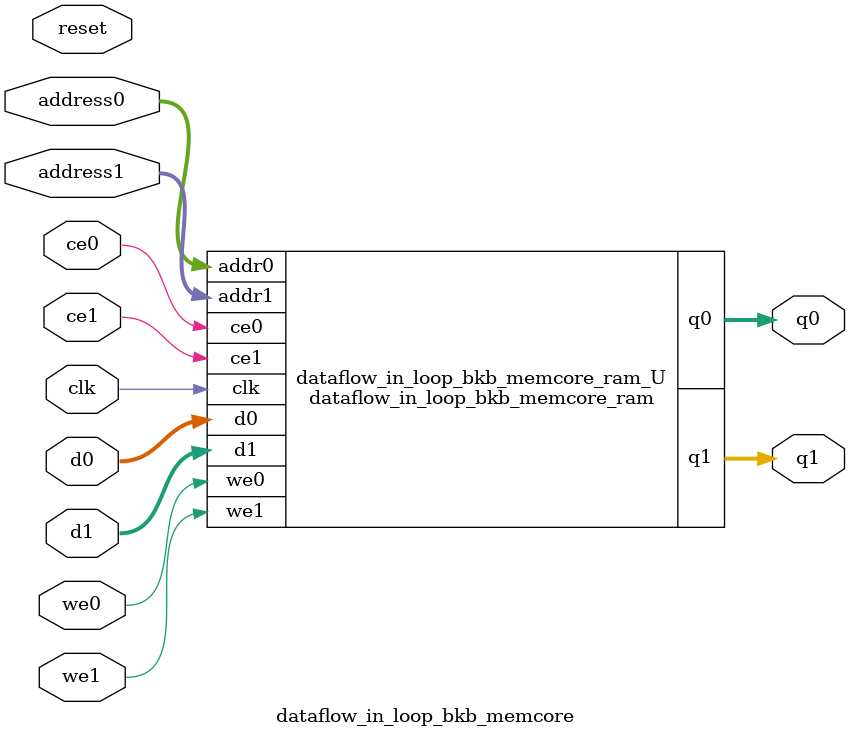
<source format=v>

`timescale 1 ns / 1 ps
module dataflow_in_loop_bkb_memcore_ram (addr0, ce0, d0, we0, q0, addr1, ce1, d1, we1, q1,  clk);

parameter DWIDTH = 64;
parameter AWIDTH = 10;
parameter MEM_SIZE = 1024;

input[AWIDTH-1:0] addr0;
input ce0;
input[DWIDTH-1:0] d0;
input we0;
output reg[DWIDTH-1:0] q0;
input[AWIDTH-1:0] addr1;
input ce1;
input[DWIDTH-1:0] d1;
input we1;
output reg[DWIDTH-1:0] q1;
input clk;

(* ram_style = "block" *)reg [DWIDTH-1:0] ram[0:MEM_SIZE-1];




always @(posedge clk)  
begin 
    if (ce0) 
    begin
        if (we0) 
        begin 
            ram[addr0] <= d0; 
            q0 <= d0;
        end 
        else 
            q0 <= ram[addr0];
    end
end


always @(posedge clk)  
begin 
    if (ce1) 
    begin
        if (we1) 
        begin 
            ram[addr1] <= d1; 
            q1 <= d1;
        end 
        else 
            q1 <= ram[addr1];
    end
end


endmodule


`timescale 1 ns / 1 ps
module dataflow_in_loop_bkb_memcore(
    reset,
    clk,
    address0,
    ce0,
    we0,
    d0,
    q0,
    address1,
    ce1,
    we1,
    d1,
    q1);

parameter DataWidth = 32'd64;
parameter AddressRange = 32'd1024;
parameter AddressWidth = 32'd10;
input reset;
input clk;
input[AddressWidth - 1:0] address0;
input ce0;
input we0;
input[DataWidth - 1:0] d0;
output[DataWidth - 1:0] q0;
input[AddressWidth - 1:0] address1;
input ce1;
input we1;
input[DataWidth - 1:0] d1;
output[DataWidth - 1:0] q1;



dataflow_in_loop_bkb_memcore_ram dataflow_in_loop_bkb_memcore_ram_U(
    .clk( clk ),
    .addr0( address0 ),
    .ce0( ce0 ),
    .d0( d0 ),
    .we0( we0 ),
    .q0( q0 ),
    .addr1( address1 ),
    .ce1( ce1 ),
    .d1( d1 ),
    .we1( we1 ),
    .q1( q1 ));

endmodule


</source>
